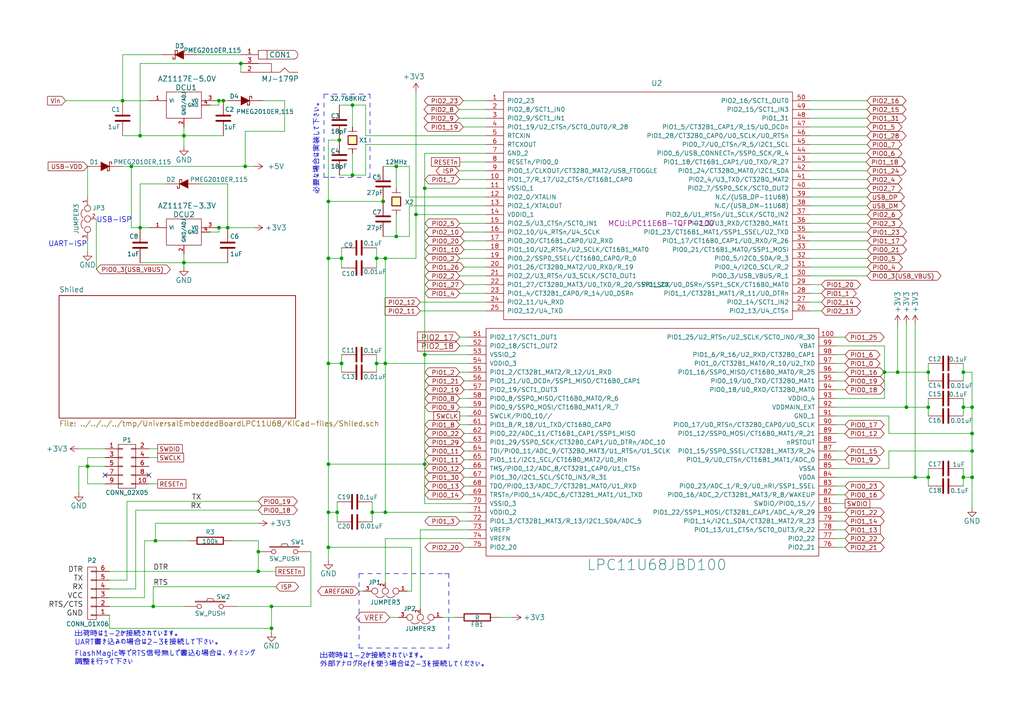
<source format=kicad_sch>
(kicad_sch (version 20230121) (generator eeschema)
  (paper "A4")
  (title_block (title "Universal Embedded Board for LPC11U68") (date "2015年03月10日火曜日") (rev "1") (company "HAPI-Tech-Solution,Inc"))
  (junction (at 97.79 148.59))
  (junction (at 38.1 48.26))
  (junction (at 260.35 107.95))
  (junction (at 45.085 156.845))
  (junction (at 111.76 105.41))
  (junction (at 53.34 76.2))
  (junction (at 63.5 66.04))
  (junction (at 99.06 105.41))
  (junction (at 265.43 138.43))
  (junction (at 95.25 58.42))
  (junction (at 95.25 148.59))
  (junction (at 74.93 160.02))
  (junction (at 98.425 40.64))
  (junction (at 279.4 138.43))
  (junction (at 66.04 66.04))
  (junction (at 109.22 74.93))
  (junction (at 114.935 68.58))
  (junction (at 111.76 148.59))
  (junction (at 102.235 50.8))
  (junction (at 269.24 138.43))
  (junction (at 95.25 74.93))
  (junction (at 44.45 175.895))
  (junction (at 123.19 54.61))
  (junction (at 95.25 134.62))
  (junction (at 78.74 182.245))
  (junction (at 123.19 134.62))
  (junction (at 279.4 107.95))
  (junction (at 25.4 135.255))
  (junction (at 69.85 18.415))
  (junction (at 63.5 29.21))
  (junction (at 99.06 74.93))
  (junction (at 111.125 58.42))
  (junction (at 262.89 118.11))
  (junction (at 95.25 158.75))
  (junction (at 40.64 66.04))
  (junction (at 269.24 107.95))
  (junction (at 53.34 39.37))
  (junction (at 123.19 102.87))
  (junction (at 95.25 105.41))
  (junction (at 35.56 29.21))
  (junction (at 71.12 48.26))
  (junction (at 114.935 48.26))
  (junction (at 74.93 165.735))
  (junction (at 279.4 118.11))
  (junction (at 281.94 118.11))
  (junction (at 269.24 118.11))
  (junction (at 111.76 74.93))
  (junction (at 281.94 138.43))
  (junction (at 256.54 107.95))
  (junction (at 281.94 125.73))
  (junction (at 40.64 39.37))
  (junction (at 102.235 30.48))
  (junction (at 109.22 105.41))
  (junction (at 64.77 29.21))
  (junction (at 107.95 148.59))
  (junction (at 281.94 130.81))
  (junction (at 120.65 62.23))
  (junction (at 78.74 175.895))
  (no_connect (at 43.18 137.795))
  (no_connect (at 30.48 137.795))
  (polyline (pts (xy 115.57 166.37) (xy 114.3 166.37)))
  (wire (pts (xy 25.4 132.715) (xy 25.4 135.255)))
  (wire (pts (xy 279.4 138.43) (xy 279.4 140.97)))
  (wire (pts (xy 82.55 29.21) (xy 82.55 38.1)))
  (wire (pts (xy 140.97 31.75) (xy 133.096 31.75)))
  (wire (pts (xy 30.48 132.715) (xy 25.4 132.715)))
  (wire (pts (xy 74.93 156.845) (xy 67.31 156.845)))
  (wire (pts (xy 242.57 151.13) (xy 245.11 151.13)))
  (wire (pts (xy 134.62 69.85) (xy 140.97 69.85)))
  (wire (pts (xy 53.34 76.2) (xy 53.34 77.47)))
  (polyline (pts (xy 100.965 51.435) (xy 102.235 51.435)))
  (wire (pts (xy 118.745 59.69) (xy 140.97 59.69)))
  (wire (pts (xy 106.045 50.8) (xy 106.045 41.91)))
  (wire (pts (xy 279.4 105.41) (xy 279.4 107.95)))
  (wire (pts (xy 123.19 134.62) (xy 123.19 146.05)))
  (wire (pts (xy 102.235 30.48) (xy 106.045 30.48)))
  (polyline (pts (xy 125.73 187.96) (xy 124.46 187.96)))
  (polyline (pts (xy 104.14 184.15) (xy 104.14 185.42)))
  (wire (pts (xy 36.83 145.415) (xy 36.83 168.275)))
  (polyline (pts (xy 111.76 166.37) (xy 113.03 166.37)))
  (wire (pts (xy 120.65 62.23) (xy 120.65 74.93)))
  (wire (pts (xy 109.22 71.882) (xy 109.22 74.93)))
  (wire (pts (xy 242.57 107.95) (xy 245.11 107.95)))
  (wire (pts (xy 40.64 66.04) (xy 40.64 53.34)))
  (wire (pts (xy 95.25 134.62) (xy 95.25 148.59)))
  (wire (pts (xy 78.74 182.245) (xy 78.74 183.515)))
  (wire (pts (xy 242.57 100.33) (xy 256.54 100.33)))
  (polyline (pts (xy 93.98 42.545) (xy 93.98 43.815)))
  (polyline (pts (xy 109.22 187.96) (xy 110.49 187.96)))
  (wire (pts (xy 134.62 125.73) (xy 135.89 125.73)))
  (wire (pts (xy 242.57 102.87) (xy 245.11 102.87)))
  (polyline (pts (xy 107.95 187.96) (xy 106.68 187.96)))
  (wire (pts (xy 279.4 115.57) (xy 279.4 118.11)))
  (wire (pts (xy 257.81 125.73) (xy 281.94 125.73)))
  (wire (pts (xy 260.35 107.95) (xy 269.24 107.95)))
  (wire (pts (xy 44.45 175.895) (xy 53.34 175.895)))
  (wire (pts (xy 121.92 153.67) (xy 121.92 176.53)))
  (polyline (pts (xy 93.98 38.735) (xy 93.98 37.465)))
  (polyline (pts (xy 98.425 51.435) (xy 99.695 51.435)))
  (wire (pts (xy 242.57 146.05) (xy 245.11 146.05)))
  (wire (pts (xy 64.77 29.21) (xy 66.04 29.21)))
  (wire (pts (xy 242.57 105.41) (xy 245.11 105.41)))
  (wire (pts (xy 102.235 44.45) (xy 102.235 50.8)))
  (wire (pts (xy 58.42 53.34) (xy 66.04 53.34)))
  (polyline (pts (xy 106.68 51.435) (xy 107.315 51.435)))
  (wire (pts (xy 63.5 29.21) (xy 64.77 29.21)))
  (wire (pts (xy 120.65 26.67) (xy 120.65 62.23)))
  (polyline (pts (xy 111.76 187.96) (xy 113.03 187.96)))
  (polyline (pts (xy 93.98 36.195) (xy 93.98 34.925)))
  (polyline (pts (xy 104.14 170.18) (xy 104.14 168.91)))
  (wire (pts (xy 63.5 30.48) (xy 63.5 29.21)))
  (wire (pts (xy 111.76 168.91) (xy 111.76 156.21)))
  (wire (pts (xy 40.64 53.34) (xy 48.26 53.34)))
  (wire (pts (xy 134.62 135.89) (xy 135.89 135.89)))
  (wire (pts (xy 90.17 175.895) (xy 90.17 160.02)))
  (polyline (pts (xy 105.41 27.305) (xy 104.14 27.305)))
  (wire (pts (xy 279.4 107.95) (xy 279.4 110.49)))
  (wire (pts (xy 242.57 133.35) (xy 245.11 133.35)))
  (polyline (pts (xy 107.315 32.385) (xy 107.315 33.655)))
  (polyline (pts (xy 104.14 187.96) (xy 104.14 186.69)))
  (polyline (pts (xy 99.06 27.305) (xy 100.33 27.305)))
  (wire (pts (xy 53.34 36.83) (xy 53.34 39.37)))
  (polyline (pts (xy 95.25 27.305) (xy 93.98 27.305)))
  (wire (pts (xy 66.04 53.34) (xy 66.04 66.04)))
  (wire (pts (xy 35.56 39.37) (xy 40.64 39.37)))
  (polyline (pts (xy 130.175 177.8) (xy 130.175 176.53)))
  (wire (pts (xy 242.57 130.81) (xy 245.11 130.81)))
  (polyline (pts (xy 114.3 187.96) (xy 115.57 187.96)))
  (wire (pts (xy 44.45 170.18) (xy 44.45 175.895)))
  (wire (pts (xy 95.25 40.64) (xy 98.425 40.64)))
  (wire (pts (xy 140.97 46.99) (xy 133.35 46.99)))
  (polyline (pts (xy 104.14 166.37) (xy 104.14 167.64)))
  (polyline (pts (xy 104.14 176.53) (xy 104.14 177.8)))
  (polyline (pts (xy 106.68 166.37) (xy 107.95 166.37)))
  (wire (pts (xy 41.91 156.845) (xy 45.085 156.845)))
  (wire (pts (xy 45.085 151.765) (xy 45.085 156.845)))
  (wire (pts (xy 242.57 113.03) (xy 245.11 113.03)))
  (wire (pts (xy 114.935 68.58) (xy 118.745 68.58)))
  (wire (pts (xy 133.35 151.13) (xy 135.89 151.13)))
  (wire (pts (xy 111.125 68.58) (xy 114.935 68.58)))
  (wire (pts (xy 281.94 118.11) (xy 279.4 118.11)))
  (wire (pts (xy 119.38 171.45) (xy 119.38 158.75)))
  (wire (pts (xy 109.22 105.41) (xy 109.22 107.95)))
  (polyline (pts (xy 107.315 28.575) (xy 107.315 27.305)))
  (wire (pts (xy 31.75 170.815) (xy 39.37 170.815)))
  (wire (pts (xy 123.19 146.05) (xy 135.89 146.05)))
  (wire (pts (xy 234.95 29.21) (xy 251.46 29.21)))
  (wire (pts (xy 256.54 100.33) (xy 256.54 107.95)))
  (wire (pts (xy 46.99 15.875) (xy 35.56 15.875)))
  (wire (pts (xy 134.62 110.49) (xy 135.89 110.49)))
  (wire (pts (xy 111.76 105.41) (xy 135.89 105.41)))
  (wire (pts (xy 133.35 74.93) (xy 140.97 74.93)))
  (wire (pts (xy 242.57 110.49) (xy 245.11 110.49)))
  (wire (pts (xy 133.35 97.79) (xy 135.89 97.79)))
  (wire (pts (xy 97.79 145.542) (xy 97.79 148.59)))
  (polyline (pts (xy 103.505 51.435) (xy 104.775 51.435)))
  (wire (pts (xy 25.4 135.255) (xy 30.48 135.255)))
  (wire (pts (xy 40.64 18.415) (xy 40.64 39.37)))
  (wire (pts (xy 114.935 48.26) (xy 118.745 48.26)))
  (wire (pts (xy 95.25 40.64) (xy 95.25 58.42)))
  (wire (pts (xy 111.76 105.41) (xy 111.76 148.59)))
  (wire (pts (xy 71.12 48.26) (xy 73.66 48.26)))
  (wire (pts (xy 95.25 74.93) (xy 99.06 74.93)))
  (wire (pts (xy 25.4 135.255) (xy 25.4 140.335)))
  (wire (pts (xy 133.35 120.65) (xy 135.89 120.65)))
  (polyline (pts (xy 96.52 27.305) (xy 97.79 27.305)))
  (wire (pts (xy 140.97 39.37) (xy 106.045 39.37)))
  (wire (pts (xy 102.235 50.8) (xy 106.045 50.8)))
  (wire (pts (xy 234.95 62.23) (xy 251.587 62.23)))
  (wire (pts (xy 74.93 160.02) (xy 74.93 165.735)))
  (wire (pts (xy 257.81 130.81) (xy 281.94 130.81)))
  (wire (pts (xy 133.35 85.09) (xy 140.97 85.09)))
  (wire (pts (xy 35.56 29.21) (xy 43.18 29.21)))
  (wire (pts (xy 242.57 156.21) (xy 245.11 156.21)))
  (wire (pts (xy 133.35 107.95) (xy 135.89 107.95)))
  (polyline (pts (xy 104.14 187.96) (xy 105.41 187.96)))
  (wire (pts (xy 262.89 118.11) (xy 262.89 93.98)))
  (wire (pts (xy 134.62 72.39) (xy 140.97 72.39)))
  (wire (pts (xy 234.95 36.83) (xy 251.46 36.83)))
  (wire (pts (xy 74.93 156.845) (xy 74.93 160.02)))
  (wire (pts (xy 242.57 148.59) (xy 245.11 148.59)))
  (wire (pts (xy 36.83 145.415) (xy 74.93 145.415)))
  (wire (pts (xy 281.94 107.95) (xy 281.94 118.11)))
  (wire (pts (xy 111.125 48.26) (xy 114.935 48.26)))
  (wire (pts (xy 123.19 102.87) (xy 123.19 134.62)))
  (wire (pts (xy 140.97 54.61) (xy 123.19 54.61)))
  (wire (pts (xy 114.935 48.26) (xy 114.935 54.61)))
  (wire (pts (xy 31.75 175.895) (xy 44.45 175.895)))
  (wire (pts (xy 279.4 138.43) (xy 281.94 138.43)))
  (polyline (pts (xy 107.315 46.355) (xy 107.315 45.085)))
  (wire (pts (xy 44.45 170.18) (xy 80.01 170.18)))
  (wire (pts (xy 107.95 145.542) (xy 107.95 148.59)))
  (wire (pts (xy 256.54 107.95) (xy 256.54 115.57)))
  (wire (pts (xy 99.06 105.41) (xy 99.06 107.95)))
  (wire (pts (xy 111.76 74.93) (xy 111.76 105.41)))
  (wire (pts (xy 134.62 133.35) (xy 135.89 133.35)))
  (wire (pts (xy 69.85 18.415) (xy 69.85 20.955)))
  (wire (pts (xy 111.76 148.59) (xy 135.89 148.59)))
  (wire (pts (xy 71.12 38.1) (xy 71.12 48.26)))
  (polyline (pts (xy 121.92 187.96) (xy 123.19 187.96)))
  (wire (pts (xy 269.24 115.57) (xy 269.24 118.11)))
  (wire (pts (xy 242.57 118.11) (xy 262.89 118.11)))
  (polyline (pts (xy 93.98 41.275) (xy 93.98 40.005)))
  (wire (pts (xy 123.19 102.87) (xy 135.89 102.87)))
  (polyline (pts (xy 130.175 167.64) (xy 130.175 166.37)))
  (wire (pts (xy 140.97 49.53) (xy 133.096 49.53)))
  (polyline (pts (xy 116.84 166.37) (xy 118.11 166.37)))
  (polyline (pts (xy 93.98 51.435) (xy 95.25 51.435)))
  (wire (pts (xy 242.57 125.73) (xy 245.11 125.73)))
  (wire (pts (xy 78.74 175.895) (xy 90.17 175.895)))
  (wire (pts (xy 234.95 31.75) (xy 251.46 31.75)))
  (wire (pts (xy 269.24 138.43) (xy 269.24 140.97)))
  (wire (pts (xy 22.86 135.255) (xy 22.86 142.875)))
  (wire (pts (xy 109.22 102.87) (xy 109.22 105.41)))
  (wire (pts (xy 102.235 30.48) (xy 102.235 36.83)))
  (wire (pts (xy 269.24 105.41) (xy 269.24 107.95)))
  (wire (pts (xy 38.1 48.26) (xy 71.12 48.26)))
  (wire (pts (xy 97.79 148.59) (xy 95.25 148.59)))
  (wire (pts (xy 45.085 151.765) (xy 74.93 151.765)))
  (wire (pts (xy 57.15 15.875) (xy 69.85 15.875)))
  (wire (pts (xy 40.64 18.415) (xy 69.85 18.415)))
  (wire (pts (xy 234.95 46.99) (xy 251.206 46.99)))
  (wire (pts (xy 134.62 113.03) (xy 135.89 113.03)))
  (wire (pts (xy 257.81 120.65) (xy 257.81 125.73)))
  (wire (pts (xy 22.86 135.255) (xy 25.4 135.255)))
  (wire (pts (xy 114.935 68.58) (xy 114.935 62.23)))
  (wire (pts (xy 279.4 135.89) (xy 279.4 138.43)))
  (wire (pts (xy 43.18 132.715) (xy 45.72 132.715)))
  (wire (pts (xy 25.4 69.85) (xy 25.4 73.025)))
  (polyline (pts (xy 93.98 46.355) (xy 93.98 45.085)))
  (wire (pts (xy 38.1 66.04) (xy 38.1 48.26)))
  (wire (pts (xy 234.95 52.07) (xy 251.46 52.07)))
  (wire (pts (xy 107.95 148.59) (xy 111.76 148.59)))
  (wire (pts (xy 68.58 175.895) (xy 78.74 175.895)))
  (wire (pts (xy 41.91 173.355) (xy 41.91 156.845)))
  (wire (pts (xy 133.35 123.19) (xy 135.89 123.19)))
  (polyline (pts (xy 93.98 48.895) (xy 93.98 47.625)))
  (polyline (pts (xy 104.14 175.26) (xy 104.14 173.99)))
  (wire (pts (xy 27.94 63.5) (xy 27.94 78.105)))
  (wire (pts (xy 234.95 59.69) (xy 251.46 59.69)))
  (wire (pts (xy 95.25 158.75) (xy 95.25 162.56)))
  (wire (pts (xy 118.745 48.26) (xy 118.745 57.15)))
  (wire (pts (xy 104.14 171.45) (xy 105.41 171.45)))
  (wire (pts (xy 134.62 140.97) (xy 135.89 140.97)))
  (polyline (pts (xy 93.98 32.385) (xy 93.98 33.655)))
  (wire (pts (xy 242.57 138.43) (xy 265.43 138.43)))
  (wire (pts (xy 234.95 49.53) (xy 251.46 49.53)))
  (wire (pts (xy 234.95 41.91) (xy 251.46 41.91)))
  (wire (pts (xy 119.38 158.75) (xy 95.25 158.75)))
  (wire (pts (xy 60.96 30.48) (xy 63.5 30.48)))
  (wire (pts (xy 234.95 67.31) (xy 251.587 67.31)))
  (wire (pts (xy 99.06 71.882) (xy 99.06 74.93)))
  (polyline (pts (xy 130.175 185.42) (xy 130.175 184.15)))
  (wire (pts (xy 269.24 107.95) (xy 269.24 110.49)))
  (polyline (pts (xy 123.19 166.37) (xy 121.92 166.37)))
  (wire (pts (xy 134.62 143.51) (xy 135.89 143.51)))
  (wire (pts (xy 242.57 123.19) (xy 245.11 123.19)))
  (wire (pts (xy 118.745 68.58) (xy 118.745 59.69)))
  (wire (pts (xy 99.06 74.93) (xy 99.06 77.724)))
  (wire (pts (xy 99.06 105.41) (xy 95.25 105.41)))
  (wire (pts (xy 106.045 39.37) (xy 106.045 30.48)))
  (polyline (pts (xy 104.14 182.88) (xy 104.14 181.61)))
  (wire (pts (xy 120.65 74.93) (xy 111.76 74.93)))
  (wire (pts (xy 234.95 77.47) (xy 251.587 77.47)))
  (wire (pts (xy 53.34 76.2) (xy 66.04 76.2)))
  (wire (pts (xy 265.43 138.43) (xy 265.43 93.98)))
  (polyline (pts (xy 105.41 166.37) (xy 104.14 166.37)))
  (wire (pts (xy 95.25 148.59) (xy 95.25 158.75)))
  (wire (pts (xy 74.93 165.735) (xy 80.01 165.735)))
  (wire (pts (xy 40.64 76.2) (xy 53.34 76.2)))
  (wire (pts (xy 120.65 62.23) (xy 140.97 62.23)))
  (wire (pts (xy 118.11 171.45) (xy 119.38 171.45)))
  (wire (pts (xy 95.25 74.93) (xy 95.25 105.41)))
  (wire (pts (xy 234.95 87.63) (xy 238.252 87.63)))
  (wire (pts (xy 128.27 179.07) (xy 132.08 179.07)))
  (wire (pts (xy 97.79 148.59) (xy 97.79 151.384)))
  (wire (pts (xy 25.4 140.335) (xy 30.48 140.335)))
  (wire (pts (xy 123.19 54.61) (xy 123.19 102.87)))
  (wire (pts (xy 134.62 77.47) (xy 140.97 77.47)))
  (polyline (pts (xy 119.38 166.37) (xy 120.65 166.37)))
  (wire (pts (xy 242.57 153.67) (xy 245.11 153.67)))
  (polyline (pts (xy 107.315 36.195) (xy 107.315 34.925)))
  (polyline (pts (xy 109.22 166.37) (xy 110.49 166.37)))
  (polyline (pts (xy 130.175 175.26) (xy 130.175 173.99)))
  (wire (pts (xy 234.95 64.77) (xy 251.587 64.77)))
  (wire (pts (xy 234.95 85.09) (xy 238.252 85.09)))
  (wire (pts (xy 121.92 153.67) (xy 135.89 153.67)))
  (wire (pts (xy 257.81 135.89) (xy 257.81 130.81)))
  (wire (pts (xy 45.085 156.845) (xy 54.61 156.845)))
  (wire (pts (xy 144.78 179.07) (xy 148.59 179.07)))
  (polyline (pts (xy 93.98 27.305) (xy 93.98 28.575)))
  (wire (pts (xy 82.55 38.1) (xy 71.12 38.1)))
  (wire (pts (xy 242.57 140.97) (xy 245.11 140.97)))
  (wire (pts (xy 242.57 143.51) (xy 245.11 143.51)))
  (wire (pts (xy 31.75 173.355) (xy 41.91 173.355)))
  (wire (pts (xy 39.37 147.955) (xy 74.93 147.955)))
  (polyline (pts (xy 130.175 187.96) (xy 129.54 187.96)))
  (wire (pts (xy 118.745 57.15) (xy 140.97 57.15)))
  (wire (pts (xy 242.57 158.75) (xy 245.11 158.75)))
  (polyline (pts (xy 93.98 50.165) (xy 93.98 51.435)))
  (polyline (pts (xy 107.315 27.305) (xy 106.68 27.305)))
  (polyline (pts (xy 107.315 40.005) (xy 107.315 41.275)))
  (wire (pts (xy 234.95 82.55) (xy 238.252 82.55)))
  (wire (pts (xy 133.35 80.01) (xy 140.97 80.01)))
  (wire (pts (xy 234.95 74.93) (xy 251.587 74.93)))
  (wire (pts (xy 98.425 30.48) (xy 102.235 30.48)))
  (wire (pts (xy 281.94 118.11) (xy 281.94 125.73)))
  (wire (pts (xy 31.75 182.245) (xy 78.74 182.245)))
  (wire (pts (xy 111.76 74.93) (xy 109.22 74.93)))
  (polyline (pts (xy 107.315 43.815) (xy 107.315 42.545)))
  (polyline (pts (xy 118.11 187.96) (xy 116.84 187.96)))
  (wire (pts (xy 140.97 29.21) (xy 134.366 29.21)))
  (wire (pts (xy 133.35 100.33) (xy 135.89 100.33)))
  (wire (pts (xy 234.95 90.17) (xy 238.252 90.17)))
  (wire (pts (xy 234.95 80.01) (xy 251.46 80.01)))
  (wire (pts (xy 53.34 39.37) (xy 53.34 42.545)))
  (wire (pts (xy 109.22 105.41) (xy 111.76 105.41)))
  (polyline (pts (xy 130.175 179.07) (xy 130.175 180.34)))
  (wire (pts (xy 78.74 175.895) (xy 78.74 182.245)))
  (wire (pts (xy 95.25 134.62) (xy 123.19 134.62)))
  (polyline (pts (xy 130.175 170.18) (xy 130.175 168.91)))
  (polyline (pts (xy 127 166.37) (xy 128.27 166.37)))
  (wire (pts (xy 98.425 50.8) (xy 102.235 50.8)))
  (polyline (pts (xy 130.175 186.69) (xy 130.175 187.96)))
  (polyline (pts (xy 124.46 166.37) (xy 125.73 166.37)))
  (wire (pts (xy 134.62 67.31) (xy 140.97 67.31)))
  (wire (pts (xy 99.06 102.87) (xy 99.06 105.41)))
  (polyline (pts (xy 104.14 180.34) (xy 104.14 179.07)))
  (wire (pts (xy 40.64 66.04) (xy 43.18 66.04)))
  (wire (pts (xy 133.35 115.57) (xy 135.89 115.57)))
  (wire (pts (xy 31.75 165.735) (xy 74.93 165.735)))
  (wire (pts (xy 281.94 130.81) (xy 281.94 138.43)))
  (wire (pts (xy 30.48 130.175) (xy 22.86 130.175)))
  (wire (pts (xy 234.95 72.39) (xy 251.587 72.39)))
  (wire (pts (xy 234.95 34.29) (xy 251.46 34.29)))
  (wire (pts (xy 134.62 130.81) (xy 135.89 130.81)))
  (wire (pts (xy 234.95 57.15) (xy 251.46 57.15)))
  (wire (pts (xy 134.62 128.27) (xy 135.89 128.27)))
  (wire (pts (xy 260.35 107.95) (xy 260.35 93.98)))
  (polyline (pts (xy 130.175 182.88) (xy 130.175 181.61)))
  (polyline (pts (xy 93.98 31.115) (xy 93.98 29.845)))
  (wire (pts (xy 109.22 74.93) (xy 109.22 77.724)))
  (wire (pts (xy 269.24 118.11) (xy 269.24 120.65)))
  (polyline (pts (xy 130.175 166.37) (xy 128.905 166.37)))
  (wire (pts (xy 133.35 64.77) (xy 140.97 64.77)))
  (wire (pts (xy 76.2 29.21) (xy 82.55 29.21)))
  (wire (pts (xy 281.94 125.73) (xy 281.94 130.81)))
  (wire (pts (xy 19.05 29.21) (xy 35.56 29.21)))
  (polyline (pts (xy 119.38 187.96) (xy 120.65 187.96)))
  (wire (pts (xy 256.54 107.95) (xy 260.35 107.95)))
  (wire (pts (xy 111.125 58.42) (xy 95.25 58.42)))
  (wire (pts (xy 53.34 73.66) (xy 53.34 76.2)))
  (wire (pts (xy 111.76 156.21) (xy 135.89 156.21)))
  (wire (pts (xy 265.43 138.43) (xy 269.24 138.43)))
  (wire (pts (xy 234.95 39.37) (xy 251.46 39.37)))
  (wire (pts (xy 38.1 66.04) (xy 40.64 66.04)))
  (wire (pts (xy 113.03 179.07) (xy 115.57 179.07)))
  (wire (pts (xy 43.18 140.335) (xy 45.72 140.335)))
  (wire (pts (xy 140.97 52.07) (xy 133.35 52.07)))
  (wire (pts (xy 279.4 107.95) (xy 281.94 107.95)))
  (wire (pts (xy 40.64 39.37) (xy 53.34 39.37)))
  (wire (pts (xy 43.18 130.175) (xy 45.72 130.175)))
  (wire (pts (xy 106.045 41.91) (xy 140.97 41.91)))
  (polyline (pts (xy 101.6 27.305) (xy 102.87 27.305)))
  (wire (pts (xy 63.5 66.04) (xy 66.04 66.04)))
  (polyline (pts (xy 97.155 51.435) (xy 95.885 51.435)))
  (wire (pts (xy 25.4 48.26) (xy 25.4 57.15)))
  (wire (pts (xy 242.57 97.79) (xy 245.11 97.79)))
  (wire (pts (xy 95.25 105.41) (xy 95.25 134.62)))
  (wire (pts (xy 262.89 118.11) (xy 269.24 118.11)))
  (wire (pts (xy 66.04 66.04) (xy 73.66 66.04)))
  (wire (pts (xy 123.19 44.45) (xy 123.19 54.61)))
  (wire (pts (xy 95.25 58.42) (xy 95.25 74.93)))
  (wire (pts (xy 281.94 138.43) (xy 281.94 147.32)))
  (wire (pts (xy 36.83 168.275) (xy 31.75 168.275)))
  (wire (pts (xy 121.92 90.17) (xy 140.97 90.17)))
  (polyline (pts (xy 107.315 47.625) (xy 107.315 48.895)))
  (wire (pts (xy 31.75 178.435) (xy 31.75 182.245)))
  (wire (pts (xy 35.56 15.875) (xy 35.56 29.21)))
  (wire (pts (xy 134.62 138.43) (xy 135.89 138.43)))
  (wire (pts (xy 140.97 34.29) (xy 133.096 34.29)))
  (wire (pts (xy 107.95 148.59) (xy 107.95 151.384)))
  (wire (pts (xy 234.95 54.61) (xy 251.46 54.61)))
  (polyline (pts (xy 107.315 38.735) (xy 107.315 37.465)))
  (wire (pts (xy 242.57 120.65) (xy 257.81 120.65)))
  (polyline (pts (xy 107.315 31.115) (xy 107.315 29.845)))
  (wire (pts (xy 269.24 135.89) (xy 269.24 138.43)))
  (wire (pts (xy 35.56 48.26) (xy 38.1 48.26)))
  (wire (pts (xy 134.62 158.75) (xy 135.89 158.75)))
  (polyline (pts (xy 107.315 51.435) (xy 107.315 50.165)))
  (polyline (pts (xy 104.14 172.72) (xy 104.14 171.45)))
  (wire (pts (xy 242.57 135.89) (xy 257.81 135.89)))
  (wire (pts (xy 60.96 67.31) (xy 63.5 67.31)))
  (polyline (pts (xy 130.175 172.72) (xy 130.175 171.45)))
  (wire (pts (xy 39.37 170.815) (xy 39.37 147.955)))
  (wire (pts (xy 234.95 44.45) (xy 251.46 44.45)))
  (wire (pts (xy 140.97 44.45) (xy 123.19 44.45)))
  (wire (pts (xy 53.34 39.37) (xy 64.77 39.37)))
  (wire (pts (xy 279.4 118.11) (xy 279.4 120.65)))
  (wire (pts (xy 234.95 69.85) (xy 251.587 69.85)))
  (polyline (pts (xy 127 187.96) (xy 128.27 187.96)))
  (wire (pts (xy 63.5 67.31) (xy 63.5 66.04)))
  (wire (pts (xy 256.54 115.57) (xy 242.57 115.57)))
  (wire (pts (xy 140.97 36.83) (xy 134.366 36.83)))
  (wire (pts (xy 134.62 82.55) (xy 140.97 82.55)))
  (wire (pts (xy 133.35 118.11) (xy 135.89 118.11)))
  (wire (pts (xy 121.92 87.63) (xy 140.97 87.63)))
  (text "FlashMagic等でRTS信号無しで書込む場合は、タイミング\n調整を行って下さい" (at 21.59 193.04 0) (effects (font (size 1.524 1.524)) (justify left bottom)))
  (text "USB-ISP" (at 27.94 64.77 0) (effects (font (size 1.524 1.524)) (justify left bottom)))
  (text "UART-ISP" (at 13.97 71.755 0) (effects (font (size 1.524 1.524)) (justify left bottom)))
  (text "出荷時は1-2が接続されています。\nUART書き込みの場合は2-3を接続して下さい。" (at 21.59 187.325 0) (effects (font (size 1.524 1.524)) (justify left bottom)))
  (text "出荷時は1-2が接続されています。\n外部アナログRefを使う場合は2-3を接続してください。" (at 92.71 193.675 0) (effects (font (size 1.524 1.524)) (justify left bottom)))
  (text "必要な場合は実装して下さい。" (at 92.71 56.515 90) (effects (font (size 1.524 1.524)) (justify left bottom)))
  (label "VCC" (at 24.13 173.99 180) (effects (font (size 1.524 1.524))))
  (label "TX" (at 24.13 168.91 180) (effects (font (size 1.524 1.524))))
  (label "GND" (at 24.13 179.07 180) (effects (font (size 1.524 1.524))))
  (label "RX" (at 58.42 147.955 180) (effects (font (size 1.524 1.524))))
  (label "DTR" (at 24.13 166.37 180) (effects (font (size 1.524 1.524))))
  (label "RTS" (at 44.45 170.18 0) (effects (font (size 1.524 1.524))))
  (label "RTS/CTS" (at 24.13 176.53 180) (effects (font (size 1.524 1.524))))
  (label "TX" (at 58.42 145.415 180) (effects (font (size 1.524 1.524))))
  (label "RX" (at 24.13 171.45 180) (effects (font (size 1.524 1.524))))
  (label "DTR" (at 44.45 165.735 0) (effects (font (size 1.524 1.524))))
  (global_label "USB-VDD" (shape input) (at 25.4 48.26 180) (property "Intersheetrefs" "${INTERSHEET_REFS}" (effects hide)))
  (global_label "PIO0_14" (shape bidirectional) (at 134.62 143.51 180) (property "Intersheetrefs" "${INTERSHEET_REFS}" (effects hide)))
  (global_label "PIO1_0" (shape bidirectional) (at 245.11 105.41 0) (property "Intersheetrefs" "${INTERSHEET_REFS}" (effects hide)))
  (global_label "PIO2_13" (shape bidirectional) (at 238.252 90.17 0) (property "Intersheetrefs" "${INTERSHEET_REFS}" (effects hide)))
  (global_label "PIO1_26" (shape bidirectional) (at 134.62 77.47 180) (property "Intersheetrefs" "${INTERSHEET_REFS}" (effects hide)))
  (global_label "PIO0_21" (shape bidirectional) (at 251.587 72.39 0) (property "Intersheetrefs" "${INTERSHEET_REFS}" (effects hide)))
  (global_label "PIO2_2" (shape bidirectional) (at 133.35 80.01 180) (property "Intersheetrefs" "${INTERSHEET_REFS}" (effects hide)))
  (global_label "PIO2_11" (shape input) (at 121.92 90.17 180) (property "Intersheetrefs" "${INTERSHEET_REFS}" (effects hide)))
  (global_label "VREF" (shape bidirectional) (at 113.03 179.07 180) (effects (font (size 1.524 1.524))) (property "Intersheetrefs" "${INTERSHEET_REFS}" (effects hide)))
  (global_label "USB_DM" (shape bidirectional) (at 251.46 59.69 0) (property "Intersheetrefs" "${INTERSHEET_REFS}" (effects hide)))
  (global_label "PIO1_4" (shape bidirectional) (at 133.35 85.09 180) (property "Intersheetrefs" "${INTERSHEET_REFS}" (effects hide)))
  (global_label "PIO2_14" (shape bidirectional) (at 238.252 87.63 0) (property "Intersheetrefs" "${INTERSHEET_REFS}" (effects hide)))
  (global_label "RESETn" (shape passive) (at 133.35 46.99 180) (property "Intersheetrefs" "${INTERSHEET_REFS}" (effects hide)))
  (global_label "PIO1_27" (shape bidirectional) (at 134.62 82.55 180) (property "Intersheetrefs" "${INTERSHEET_REFS}" (effects hide)))
  (global_label "PIO1_11" (shape bidirectional) (at 134.62 133.35 180) (property "Intersheetrefs" "${INTERSHEET_REFS}" (effects hide)))
  (global_label "PIO2_20" (shape bidirectional) (at 134.62 158.75 180) (property "Intersheetrefs" "${INTERSHEET_REFS}" (effects hide)))
  (global_label "PIO0_19" (shape bidirectional) (at 74.93 145.415 0) (property "Intersheetrefs" "${INTERSHEET_REFS}" (effects hide)))
  (global_label "PIO2_3" (shape bidirectional) (at 251.587 64.77 0) (property "Intersheetrefs" "${INTERSHEET_REFS}" (effects hide)))
  (global_label "PIO0_20" (shape bidirectional) (at 134.62 69.85 180) (property "Intersheetrefs" "${INTERSHEET_REFS}" (effects hide)))
  (global_label "ISP" (shape bidirectional) (at 80.01 170.18 0) (property "Intersheetrefs" "${INTERSHEET_REFS}" (effects hide)))
  (global_label "PIO0_6" (shape bidirectional) (at 251.46 44.45 0) (property "Intersheetrefs" "${INTERSHEET_REFS}" (effects hide)))
  (global_label "PIO0_3(USB_VBUS)" (shape bidirectional) (at 27.94 78.105 0) (property "Intersheetrefs" "${INTERSHEET_REFS}" (effects hide)))
  (global_label "PIO0_17" (shape bidirectional) (at 245.11 123.19 0) (property "Intersheetrefs" "${INTERSHEET_REFS}" (effects hide)))
  (global_label "PIO1_12" (shape bidirectional) (at 245.11 125.73 0) (property "Intersheetrefs" "${INTERSHEET_REFS}" (effects hide)))
  (global_label "SWDIO" (shape passive) (at 245.11 146.05 0) (property "Intersheetrefs" "${INTERSHEET_REFS}" (effects hide)))
  (global_label "PIO0_22" (shape bidirectional) (at 134.62 125.73 180) (property "Intersheetrefs" "${INTERSHEET_REFS}" (effects hide)))
  (global_label "PIO2_10" (shape bidirectional) (at 134.62 67.31 180) (property "Intersheetrefs" "${INTERSHEET_REFS}" (effects hide)))
  (global_label "PIO0_12" (shape bidirectional) (at 134.62 135.89 180) (property "Intersheetrefs" "${INTERSHEET_REFS}" (effects hide)))
  (global_label "PIO1_23" (shape bidirectional) (at 251.587 67.31 0) (property "Intersheetrefs" "${INTERSHEET_REFS}" (effects hide)))
  (global_label "SWCLK" (shape passive) (at 133.35 120.65 180) (property "Intersheetrefs" "${INTERSHEET_REFS}" (effects hide)))
  (global_label "PIO1_20" (shape bidirectional) (at 238.252 82.55 0) (property "Intersheetrefs" "${INTERSHEET_REFS}" (effects hide)))
  (global_label "PIO0_13" (shape bidirectional) (at 134.62 140.97 180) (property "Intersheetrefs" "${INTERSHEET_REFS}" (effects hide)))
  (global_label "PIO1_15" (shape bidirectional) (at 245.11 130.81 0) (property "Intersheetrefs" "${INTERSHEET_REFS}" (effects hide)))
  (global_label "PIO0_4" (shape bidirectional) (at 251.587 77.47 0) (property "Intersheetrefs" "${INTERSHEET_REFS}" (effects hide)))
  (global_label "PIO2_9" (shape bidirectional) (at 133.096 34.29 180) (property "Intersheetrefs" "${INTERSHEET_REFS}" (effects hide)))
  (global_label "PIO1_8" (shape bidirectional) (at 133.35 123.19 180) (property "Intersheetrefs" "${INTERSHEET_REFS}" (effects hide)))
  (global_label "PIO0_2" (shape bidirectional) (at 133.35 74.93 180) (property "Intersheetrefs" "${INTERSHEET_REFS}" (effects hide)))
  (global_label "PIO0_16" (shape bidirectional) (at 245.11 143.51 0) (property "Intersheetrefs" "${INTERSHEET_REFS}" (effects hide)))
  (global_label "PIO1_2" (shape bidirectional) (at 133.35 107.95 180) (property "Intersheetrefs" "${INTERSHEET_REFS}" (effects hide)))
  (global_label "PIO1_1" (shape bidirectional) (at 238.252 85.09 0) (property "Intersheetrefs" "${INTERSHEET_REFS}" (effects hide)))
  (global_label "PIO2_21" (shape bidirectional) (at 245.11 158.75 0) (property "Intersheetrefs" "${INTERSHEET_REFS}" (effects hide)))
  (global_label "PIO1_25" (shape bidirectional) (at 245.11 97.79 0) (property "Intersheetrefs" "${INTERSHEET_REFS}" (effects hide)))
  (global_label "PIO2_7" (shape bidirectional) (at 251.46 54.61 0) (property "Intersheetrefs" "${INTERSHEET_REFS}" (effects hide)))
  (global_label "PIO1_17" (shape bidirectional) (at 251.587 69.85 0) (property "Intersheetrefs" "${INTERSHEET_REFS}" (effects hide)))
  (global_label "PIO1_7" (shape bidirectional) (at 133.35 52.07 180) (property "Intersheetrefs" "${INTERSHEET_REFS}" (effects hide)))
  (global_label "PIO1_21" (shape bidirectional) (at 134.62 110.49 180) (property "Intersheetrefs" "${INTERSHEET_REFS}" (effects hide)))
  (global_label "PIO2_17" (shape input) (at 133.35 97.79 180) (effects (font (size 1.524 1.524))) (property "Intersheetrefs" "${INTERSHEET_REFS}" (effects hide)))
  (global_label "PIO0_7" (shape bidirectional) (at 251.46 41.91 0) (property "Intersheetrefs" "${INTERSHEET_REFS}" (effects hide)))
  (global_label "PIO2_19" (shape bidirectional) (at 134.62 113.03 180) (property "Intersheetrefs" "${INTERSHEET_REFS}" (effects hide)))
  (global_label "SWCLK" (shape passive) (at 45.72 132.715 0) (property "Intersheetrefs" "${INTERSHEET_REFS}" (effects hide)))
  (global_label "PIO1_16" (shape bidirectional) (at 245.11 107.95 0) (property "Intersheetrefs" "${INTERSHEET_REFS}" (effects hide)))
  (global_label "PIO2_8" (shape bidirectional) (at 133.096 31.75 180) (property "Intersheetrefs" "${INTERSHEET_REFS}" (effects hide)))
  (global_label "PIO1_18" (shape bidirectional) (at 251.206 46.99 0) (property "Intersheetrefs" "${INTERSHEET_REFS}" (effects hide)))
  (global_label "PIO1_30" (shape bidirectional) (at 134.62 138.43 180) (property "Intersheetrefs" "${INTERSHEET_REFS}" (effects hide)))
  (global_label "PIO1_19" (shape bidirectional) (at 134.366 36.83 180) (property "Intersheetrefs" "${INTERSHEET_REFS}" (effects hide)))
  (global_label "PIO2_5" (shape bidirectional) (at 133.35 64.77 180) (property "Intersheetrefs" "${INTERSHEET_REFS}" (effects hide)))
  (global_label "RESETn" (shape passive) (at 45.72 140.335 0) (property "Intersheetrefs" "${INTERSHEET_REFS}" (effects hide)))
  (global_label "PIO1_29" (shape bidirectional) (at 134.62 128.27 180) (property "Intersheetrefs" "${INTERSHEET_REFS}" (effects hide)))
  (global_label "SWDIO" (shape passive) (at 45.72 130.175 0) (property "Intersheetrefs" "${INTERSHEET_REFS}" (effects hide)))
  (global_label "PIO1_28" (shape bidirectional) (at 251.46 39.37 0) (property "Intersheetrefs" "${INTERSHEET_REFS}" (effects hide)))
  (global_label "PIO2_23" (shape bidirectional) (at 134.366 29.21 180) (property "Intersheetrefs" "${INTERSHEET_REFS}" (effects hide)))
  (global_label "PIO1_13" (shape input) (at 245.11 153.67 0) (property "Intersheetrefs" "${INTERSHEET_REFS}" (effects hide)))
  (global_label "USB_DP" (shape bidirectional) (at 251.46 57.15 0) (property "Intersheetrefs" "${INTERSHEET_REFS}" (effects hide)))
  (global_label "PIO0_8" (shape bidirectional) (at 133.35 115.57 180) (property "Intersheetrefs" "${INTERSHEET_REFS}" (effects hide)))
  (global_label "RESETn" (shape passive) (at 80.01 165.735 0) (property "Intersheetrefs" "${INTERSHEET_REFS}" (effects hide)))
  (global_label "PIO1_5" (shape bidirectional) (at 251.46 36.83 0) (property "Intersheetrefs" "${INTERSHEET_REFS}" (effects hide)))
  (global_label "PIO2_4" (shape bidirectional) (at 251.46 52.07 0) (property "Intersheetrefs" "${INTERSHEET_REFS}" (effects hide)))
  (global_label "PIO0_9" (shape bidirectional) (at 133.35 118.11 180) (property "Intersheetrefs" "${INTERSHEET_REFS}" (effects hide)))
  (global_label "PIO0_18" (shape bidirectional) (at 74.93 147.955 0) (property "Intersheetrefs" "${INTERSHEET_REFS}" (effects hide)))
  (global_label "PIO0_23" (shape bidirectional) (at 245.11 140.97 0) (property "Intersheetrefs" "${INTERSHEET_REFS}" (effects hide)))
  (global_label "PIO1_9" (shape bidirectional) (at 245.11 133.35 0) (property "Intersheetrefs" "${INTERSHEET_REFS}" (effects hide)))
  (global_label "AREFGND" (shape bidirectional) (at 104.14 171.45 180) (property "Intersheetrefs" "${INTERSHEET_REFS}" (effects hide)))
  (global_label "PIO2_16" (shape bidirectional) (at 251.46 29.21 0) (property "Intersheetrefs" "${INTERSHEET_REFS}" (effects hide)))
  (global_label "PIO0_19" (shape bidirectional) (at 245.11 110.49 0) (property "Intersheetrefs" "${INTERSHEET_REFS}" (effects hide)))
  (global_label "PIO1_14" (shape bidirectional) (at 245.11 151.13 0) (property "Intersheetrefs" "${INTERSHEET_REFS}" (effects hide)))
  (global_label "PIO2_22" (shape bidirectional) (at 245.11 156.21 0) (property "Intersheetrefs" "${INTERSHEET_REFS}" (effects hide)))
  (global_label "PIO0_5" (shape bidirectional) (at 251.587 74.93 0) (property "Intersheetrefs" "${INTERSHEET_REFS}" (effects hide)))
  (global_label "Vin" (shape input) (at 19.05 29.21 180) (property "Intersheetrefs" "${INTERSHEET_REFS}" (effects hide)))
  (global_label "PIO2_18" (shape input) (at 133.35 100.33 180) (effects (font (size 1.524 1.524))) (property "Intersheetrefs" "${INTERSHEET_REFS}" (effects hide)))
  (global_label "PIO0_18" (shape bidirectional) (at 245.11 113.03 0) (property "Intersheetrefs" "${INTERSHEET_REFS}" (effects hide)))
  (global_label "PIO1_10" (shape bidirectional) (at 134.62 72.39 180) (property "Intersheetrefs" "${INTERSHEET_REFS}" (effects hide)))
  (global_label "PIO2_12" (shape input) (at 121.92 87.63 180) (property "Intersheetrefs" "${INTERSHEET_REFS}" (effects hide)))
  (global_label "PIO1_22" (shape bidirectional) (at 245.11 148.59 0) (property "Intersheetrefs" "${INTERSHEET_REFS}" (effects hide)))
  (global_label "PIO2_6" (shape bidirectional) (at 251.587 62.23 0) (property "Intersheetrefs" "${INTERSHEET_REFS}" (effects hide)))
  (global_label "PIO0_3(USB_VBUS)" (shape bidirectional) (at 251.46 80.01 0) (property "Intersheetrefs" "${INTERSHEET_REFS}" (effects hide)))
  (global_label "PIO1_3" (shape bidirectional) (at 133.35 151.13 180) (property "Intersheetrefs" "${INTERSHEET_REFS}" (effects hide)))
  (global_label "PIO1_31" (shape bidirectional) (at 251.46 34.29 0) (property "Intersheetrefs" "${INTERSHEET_REFS}" (effects hide)))
  (global_label "PIO0_11" (shape bidirectional) (at 134.62 130.81 180) (property "Intersheetrefs" "${INTERSHEET_REFS}" (effects hide)))
  (global_label "ISP" (shape bidirectional) (at 133.096 49.53 180) (property "Intersheetrefs" "${INTERSHEET_REFS}" (effects hide)))
  (global_label "PIO1_6" (shape bidirectional) (at 245.11 102.87 0) (property "Intersheetrefs" "${INTERSHEET_REFS}" (effects hide)))
  (global_label "PIO1_24" (shape bidirectional) (at 251.46 49.53 0) (property "Intersheetrefs" "${INTERSHEET_REFS}" (effects hide)))
  (global_label "PIO2_15" (shape bidirectional) (at 251.46 31.75 0) (property "Intersheetrefs" "${INTERSHEET_REFS}" (effects hide)))
  (symbol (lib_id "LPC-LQFP100-PitchChangeBoard-rescue:C-RESCUE-LPC-LQFP100-PitchChangeBoard") (at 104.14 71.882 270) (unit 1)
    (property "Reference" "C9" (at 99.695 71.12 90) (effects (justify left)))
    (property "Value" "0.1uF" (at 105.41 69.85 90) (effects (justify left top)))
    (property "Footprint" "SMD_Packages:SMD-0603" (effects hide))
  )
  (symbol (lib_id "LPC-LQFP100-PitchChangeBoard-rescue:C-RESCUE-LPC-LQFP100-PitchChangeBoard") (at 104.14 77.724 270) (unit 1)
    (property "Reference" "C10" (at 99.06 79.375 90) (effects (justify left)))
    (property "Value" "0.01uF" (at 105.41 78.105 90) (effects (justify left top)))
    (property "Footprint" "SMD_Packages:SMD-0603" (effects hide))
  )
  (symbol (lib_id "LPC-LQFP100-PitchChangeBoard-rescue:C-RESCUE-LPC-LQFP100-PitchChangeBoard") (at 104.14 102.87 270) (unit 1)
    (property "Reference" "C11" (at 99.06 101.6 90) (effects (justify left)))
    (property "Value" "0.1uF" (at 105.41 100.965 90) (effects (justify left top)))
    (property "Footprint" "SMD_Packages:SMD-0603" (effects hide))
  )
  (symbol (lib_id "LPC-LQFP100-PitchChangeBoard-rescue:C-RESCUE-LPC-LQFP100-PitchChangeBoard") (at 104.14 107.95 270) (unit 1)
    (property "Reference" "C13" (at 99.06 109.22 90) (effects (justify left)))
    (property "Value" "0.01uF" (at 105.41 108.585 90) (effects (justify left top)))
    (property "Footprint" "SMD_Packages:SMD-0603" (effects hide))
  )
  (symbol (lib_id "LPC-LQFP100-PitchChangeBoard-rescue:C-RESCUE-LPC-LQFP100-PitchChangeBoard") (at 102.87 145.542 270) (unit 1)
    (property "Reference" "C19" (at 97.79 144.145 90) (effects (justify left)))
    (property "Value" "0.1uF" (at 104.14 143.51 90) (effects (justify left top)))
    (property "Footprint" "SMD_Packages:SMD-0603" (effects hide))
  )
  (symbol (lib_id "LPC-LQFP100-PitchChangeBoard-rescue:C-RESCUE-LPC-LQFP100-PitchChangeBoard") (at 102.87 151.384 270) (unit 1)
    (property "Reference" "C20" (at 97.79 152.654 90) (effects (justify left)))
    (property "Value" "0.01uF" (at 104.394 151.892 90) (effects (justify left top)))
    (property "Footprint" "SMD_Packages:SMD-0603" (effects hide))
  )
  (symbol (lib_id "LPC-LQFP100-PitchChangeBoard-rescue:C-RESCUE-LPC-LQFP100-PitchChangeBoard") (at 274.32 115.57 90) (mirror x) (unit 1)
    (property "Reference" "C15" (at 273.05 114.3 90) (effects (justify left)))
    (property "Value" "0.1uF" (at 280.67 113.665 90) (effects (justify left top)))
    (property "Footprint" "SMD_Packages:SMD-0603" (effects hide))
  )
  (symbol (lib_id "LPC-LQFP100-PitchChangeBoard-rescue:C-RESCUE-LPC-LQFP100-PitchChangeBoard") (at 274.32 120.65 90) (mirror x) (unit 1)
    (property "Reference" "C16" (at 273.05 121.92 90) (effects (justify left)))
    (property "Value" "0.01uF" (at 275.59 121.285 90) (effects (justify right top)))
    (property "Footprint" "SMD_Packages:SMD-0603" (effects hide))
  )
  (symbol (lib_id "LPC-LQFP100-PitchChangeBoard-rescue:GND") (at 281.94 147.32 0) (unit 1)
    (property "Reference" "#PWR01" (effects hide))
    (property "Value" "GND" (at 281.94 151.13 0) (effects (font (size 1.524 1.524))))
  )
  (symbol (lib_id "LPC-LQFP100-PitchChangeBoard-rescue:C-RESCUE-LPC-LQFP100-PitchChangeBoard") (at 274.32 140.97 270) (unit 1)
    (property "Reference" "C18" (at 269.24 142.24 90) (effects (justify left)))
    (property "Value" "0.1uF" (at 275.59 141.605 90) (effects (justify left top)))
    (property "Footprint" "SMD_Packages:SMD-0603" (effects hide))
  )
  (symbol (lib_id "LPC-LQFP100-PitchChangeBoard-rescue:+3V3") (at 120.65 26.67 0) (unit 1)
    (property "Reference" "#PWR02" (effects hide))
    (property "Value" "+3V3" (at 120.015 22.225 0) (effects (font (size 1.524 1.524))))
  )
  (symbol (lib_id "LPC-LQFP100-PitchChangeBoard-rescue:C-RESCUE-LPC-LQFP100-PitchChangeBoard") (at 98.425 35.56 0) (unit 1)
    (property "Reference" "C3" (at 95.885 33.655 0) (effects (justify left)))
    (property "Value" "18pF" (at 95.885 38.1 0) (effects (justify left)))
    (property "Footprint" "SMD_Packages:SMD-0603" (effects hide))
  )
  (symbol (lib_id "LPC-LQFP100-PitchChangeBoard-rescue:C-RESCUE-LPC-LQFP100-PitchChangeBoard") (at 98.425 45.72 0) (unit 1)
    (property "Reference" "C4" (at 95.885 43.815 0) (effects (justify left)))
    (property "Value" "18pF" (at 95.885 48.26 0) (effects (justify left)))
    (property "Footprint" "SMD_Packages:SMD-0603" (effects hide))
  )
  (symbol (lib_id "LPC-LQFP100-PitchChangeBoard-rescue:LPC11E68JBD100") (at 190.5 96.52 0) (unit 1)
    (property "Reference" "U2" (at 190.5 24.13 0) (effects (font (size 1.524 1.524))))
    (property "Value" "LPC11U68JBD100" (at 190.5 163.83 0) (effects (font (size 3.048 3.048))))
    (property "Footprint" "MCU:LPC11E68-TQFP-100" (at 191.77 64.77 0) (effects (font (size 1.524 1.524))))
  )
  (symbol (lib_id "LPC-LQFP100-PitchChangeBoard-rescue:C-RESCUE-LPC-LQFP100-PitchChangeBoard") (at 274.32 105.41 90) (mirror x) (unit 1)
    (property "Reference" "C12" (at 273.05 104.14 90) (effects (justify left)))
    (property "Value" "0.1uF" (at 280.67 103.505 90) (effects (justify left top)))
    (property "Footprint" "SMD_Packages:SMD-0603" (effects hide))
  )
  (symbol (lib_id "LPC-LQFP100-PitchChangeBoard-rescue:C-RESCUE-LPC-LQFP100-PitchChangeBoard") (at 274.32 110.49 90) (mirror x) (unit 1)
    (property "Reference" "C14" (at 273.05 111.76 90) (effects (justify left)))
    (property "Value" "0.01uF" (at 275.59 111.125 90) (effects (justify right top)))
    (property "Footprint" "SMD_Packages:SMD-0603" (effects hide))
  )
  (symbol (lib_id "LPC-LQFP100-PitchChangeBoard-rescue:+3V3") (at 260.35 93.98 0) (unit 1)
    (property "Reference" "#PWR03" (effects hide))
    (property "Value" "+3V3" (at 260.35 87.63 90) (effects (font (size 1.524 1.524))))
  )
  (symbol (lib_id "LPC-LQFP100-PitchChangeBoard-rescue:C-RESCUE-LPC-LQFP100-PitchChangeBoard") (at 274.32 135.89 90) (mirror x) (unit 1)
    (property "Reference" "C17" (at 273.05 134.62 90) (effects (justify left)))
    (property "Value" "1uF" (at 276.225 133.985 90) (effects (justify right top)))
    (property "Footprint" "SMD_Packages:SMD-0603" (effects hide))
  )
  (symbol (lib_id "LPC-LQFP100-PitchChangeBoard-rescue:CRYSTAL") (at 102.235 40.64 270) (unit 1)
    (property "Reference" "X1" (at 105.41 40.64 90))
    (property "Value" "32.768KHZ" (at 100.965 28.575 90))
    (property "Footprint" "Xtal:FC-255-RTC-Xtal" (effects hide))
  )
  (symbol (lib_id "LPC-LQFP100-PitchChangeBoard-rescue:CONN_02X05") (at 36.83 135.255 0) (unit 1)
    (property "Reference" "P1" (at 36.83 127.635 0))
    (property "Value" "CONN_02X05" (at 36.83 142.875 0))
    (property "Footprint" "Pin_Headers:JTAG-Half-2x5" (effects hide))
  )
  (symbol (lib_id "LPC-LQFP100-PitchChangeBoard-rescue:+3V3") (at 22.86 130.175 90) (unit 1)
    (property "Reference" "#PWR08" (effects hide))
    (property "Value" "+3V3" (at 16.51 130.175 90) (effects (font (size 1.524 1.524))))
  )
  (symbol (lib_id "LPC-LQFP100-PitchChangeBoard-rescue:GND") (at 22.86 142.875 0) (unit 1)
    (property "Reference" "#PWR09" (effects hide))
    (property "Value" "GND" (at 22.86 146.685 0) (effects (font (size 1.524 1.524))))
  )
  (symbol (lib_id "LPC-LQFP100-PitchChangeBoard-rescue:GND") (at 78.74 183.515 0) (unit 1)
    (property "Reference" "#PWR010" (effects hide))
    (property "Value" "GND" (at 78.74 187.325 0) (effects (font (size 1.524 1.524))))
  )
  (symbol (lib_id "LPC-LQFP100-PitchChangeBoard-rescue:SW_PUSH") (at 82.55 160.02 0) (unit 1)
    (property "Reference" "SW1" (at 86.36 157.226 0))
    (property "Value" "SW_PUSH" (at 82.55 162.052 0))
    (property "Footprint" "Switch:SW_TACT-EVQQ2Y03W" (effects hide))
  )
  (symbol (lib_id "LPC-LQFP100-PitchChangeBoard-rescue:R-RESCUE-LPC-LQFP100-PitchChangeBoard") (at 60.96 156.845 270) (unit 1)
    (property "Reference" "R3" (at 60.96 154.305 90))
    (property "Value" "100k" (at 60.9854 157.0228 90))
    (property "Footprint" "SMD_Packages:SMD-0603" (effects hide))
  )
  (symbol (lib_id "LPC-LQFP100-PitchChangeBoard-rescue:C-RESCUE-LPC-LQFP100-PitchChangeBoard") (at 40.64 71.12 0) (unit 1)
    (property "Reference" "C8" (at 37.465 68.58 0) (effects (justify left)))
    (property "Value" "1uF" (at 36.83 73.66 0) (effects (justify left)))
    (property "Footprint" "SMD_Packages:SMD-0603" (effects hide))
  )
  (symbol (lib_id "LPC-LQFP100-PitchChangeBoard-rescue:+3V3") (at 73.66 66.04 270) (unit 1)
    (property "Reference" "#PWR011" (effects hide))
    (property "Value" "+3V3" (at 80.01 66.04 90) (effects (font (size 1.524 1.524))))
  )
  (symbol (lib_id "LPC-LQFP100-PitchChangeBoard-rescue:GND") (at 53.34 77.47 0) (unit 1)
    (property "Reference" "#PWR014" (effects hide))
    (property "Value" "GND" (at 53.34 81.28 0) (effects (font (size 1.524 1.524))))
  )
  (symbol (lib_id "LPC-LQFP100-PitchChangeBoard-rescue:+5V") (at 73.66 48.26 270) (unit 1)
    (property "Reference" "#PWR012" (effects hide))
    (property "Value" "+5V" (at 80.01 48.26 90) (effects (font (size 1.524 1.524))))
  )
  (symbol (lib_id "LPC-LQFP100-PitchChangeBoard-rescue:BARREL_JACK") (at 77.47 18.415 0) (mirror y) (unit 1)
    (property "Reference" "CON1" (at 81.28 15.875 0) (effects (font (size 1.524 1.524))))
    (property "Value" "MJ-179P" (at 81.28 22.86 0) (effects (font (size 1.524 1.524))))
    (property "Footprint" "Connect:DCJack_MJ-179P" (effects hide))
  )
  (symbol (lib_id "LPC-LQFP100-PitchChangeBoard-rescue:+3V3") (at 74.93 151.765 270) (unit 1)
    (property "Reference" "#PWR013" (effects hide))
    (property "Value" "+3V3" (at 81.28 151.765 90) (effects (font (size 1.524 1.524))))
  )
  (symbol (lib_id "LPC-LQFP100-PitchChangeBoard-rescue:CONN_01X06") (at 26.67 172.085 180) (unit 1)
    (property "Reference" "P2" (at 26.67 162.56 0))
    (property "Value" "CONN_01X06" (at 25.4 180.975 0))
    (property "Footprint" "Pin_Headers:Pin_Header_Angled_1x06" (effects hide))
  )
  (symbol (lib_id "LPC-LQFP100-PitchChangeBoard-rescue:+3V3") (at 262.89 93.98 0) (unit 1)
    (property "Reference" "#PWR04" (effects hide))
    (property "Value" "+3V3" (at 262.89 87.63 90) (effects (font (size 1.524 1.524))))
  )
  (symbol (lib_id "LPC-LQFP100-PitchChangeBoard-rescue:+3V3") (at 265.43 93.98 0) (unit 1)
    (property "Reference" "#PWR05" (effects hide))
    (property "Value" "+3V3" (at 265.43 87.63 90) (effects (font (size 1.524 1.524))))
  )
  (symbol (lib_id "LPC-LQFP100-PitchChangeBoard-rescue:JUMPER3") (at 121.92 179.07 180) (unit 1)
    (property "Reference" "JP2" (at 120.65 176.53 0) (effects (justify left)))
    (property "Value" "JUMPER3" (at 121.92 181.61 0) (effects (justify bottom)))
    (property "Footprint" "BoardJumper:SJ-3Pin" (effects hide))
  )
  (symbol (lib_id "LPC-LQFP100-PitchChangeBoard-rescue:R-RESCUE-LPC-LQFP100-PitchChangeBoard") (at 138.43 179.07 270) (unit 1)
    (property "Reference" "FB1" (at 138.43 181.102 90))
    (property "Value" "R" (at 138.4554 179.2478 90))
    (property "Footprint" "SMD_Packages:SMD-0805" (effects hide))
  )
  (symbol (lib_id "LPC-LQFP100-PitchChangeBoard-rescue:+3V3") (at 148.59 179.07 270) (unit 1)
    (property "Reference" "#PWR06" (effects hide))
    (property "Value" "+3V3" (at 154.94 179.07 90) (effects (font (size 1.524 1.524))))
  )
  (symbol (lib_id "LPC-LQFP100-PitchChangeBoard-rescue:GND") (at 95.25 162.56 0) (unit 1)
    (property "Reference" "#PWR07" (effects hide))
    (property "Value" "GND" (at 95.25 166.37 0) (effects (font (size 1.524 1.524))))
  )
  (symbol (lib_id "LPC-LQFP100-PitchChangeBoard-rescue:DIODESCH") (at 30.48 48.26 0) (unit 1)
    (property "Reference" "D1" (at 27.305 46.99 0))
    (property "Value" "PMEG2010ER,115" (at 41.275 46.99 0))
    (property "Footprint" "Diode:PMEG2010ER,115" (effects hide))
  )
  (symbol (lib_id "LPC-LQFP100-PitchChangeBoard-rescue:C-RESCUE-LPC-LQFP100-PitchChangeBoard") (at 64.77 34.29 180) (unit 1)
    (property "Reference" "C2" (at 67.945 31.75 0) (effects (justify left)))
    (property "Value" "1uF" (at 68.58 36.83 0) (effects (justify left)))
    (property "Footprint" "SMD_Packages:SMD-0603" (effects hide))
  )
  (symbol (lib_id "LPC-LQFP100-PitchChangeBoard-rescue:JUMPER3") (at 111.76 171.45 180) (unit 1)
    (property "Reference" "JP1" (at 110.49 168.91 0) (effects (justify left)))
    (property "Value" "JUMPER3" (at 111.76 173.99 0) (effects (justify bottom)))
    (property "Footprint" "BoardJumper:SJ-3Pin" (effects hide))
  )
  (symbol (lib_id "LPC-LQFP100-PitchChangeBoard-rescue:C-RESCUE-LPC-LQFP100-PitchChangeBoard") (at 35.56 34.29 180) (unit 1)
    (property "Reference" "C1" (at 34.925 31.75 0) (effects (justify left)))
    (property "Value" "1uF" (at 34.925 36.83 0) (effects (justify left)))
    (property "Footprint" "SMD_Packages:SMD-0603" (effects hide))
  )
  (symbol (lib_id "LPC-LQFP100-PitchChangeBoard-rescue:DIODESCH") (at 52.07 15.875 180) (unit 1)
    (property "Reference" "D3" (at 52.07 13.335 0))
    (property "Value" "PMEG2010ER,115" (at 61.595 14.605 0))
    (property "Footprint" "Diode:PMEG2010ER,115" (effects hide))
  )
  (symbol (lib_id "LPC-LQFP100-PitchChangeBoard-rescue:CRYSTAL") (at 114.935 58.42 270) (unit 1)
    (property "Reference" "X2" (at 118.745 58.674 90))
    (property "Value" "12MHz" (at 114.935 46.99 90))
    (property "Footprint" "Xtal:HC-49_S" (effects hide))
  )
  (symbol (lib_id "LPC-LQFP100-PitchChangeBoard-rescue:C-RESCUE-LPC-LQFP100-PitchChangeBoard") (at 111.125 53.34 0) (unit 1)
    (property "Reference" "C5" (at 107.95 51.435 0) (effects (justify left)))
    (property "Value" "27pF" (at 106.299 55.88 0) (effects (justify left)))
    (property "Footprint" "SMD_Packages:SMD-0603" (effects hide))
  )
  (symbol (lib_id "LPC-LQFP100-PitchChangeBoard-rescue:C-RESCUE-LPC-LQFP100-PitchChangeBoard") (at 111.125 63.5 0) (unit 1)
    (property "Reference" "C7" (at 107.95 61.595 0) (effects (justify left)))
    (property "Value" "27pF" (at 106.299 66.04 0) (effects (justify left)))
    (property "Footprint" "SMD_Packages:SMD-0603" (effects hide))
  )
  (symbol (lib_id "LPC-LQFP100-PitchChangeBoard-rescue:DIODESCH") (at 71.12 29.21 0) (unit 1)
    (property "Reference" "D4" (at 67.945 27.94 0))
    (property "Value" "PMEG2010ER,115" (at 76.835 32.385 0))
    (property "Footprint" "Diode:PMEG2010ER,115" (effects hide))
  )
  (symbol (lib_id "LPC-LQFP100-PitchChangeBoard-rescue:AZ1117E-xxV") (at 53.34 30.48 0) (unit 1)
    (property "Reference" "DCU1" (at 50.8 25.4 0) (effects (font (size 1.524 1.524)) (justify left)))
    (property "Value" "AZ1117E-5.0V" (at 45.72 22.86 0) (effects (font (size 1.524 1.524)) (justify left)))
    (property "Footprint" "SMD_Packages:SOT-223" (effects hide))
  )
  (symbol (lib_id "LPC-LQFP100-PitchChangeBoard-rescue:AZ1117E-xxV") (at 53.34 67.31 0) (unit 1)
    (property "Reference" "DCU2" (at 50.165 62.23 0) (effects (font (size 1.524 1.524)) (justify left)))
    (property "Value" "AZ1117E-3.3V" (at 45.72 59.69 0) (effects (font (size 1.524 1.524)) (justify left)))
    (property "Footprint" "SMD_Packages:SOT-223" (effects hide))
  )
  (symbol (lib_id "LPC-LQFP100-PitchChangeBoard-rescue:C-RESCUE-LPC-LQFP100-PitchChangeBoard") (at 66.04 71.12 0) (unit 1)
    (property "Reference" "C6" (at 66.675 68.58 0) (effects (justify left)))
    (property "Value" "1uF" (at 66.675 73.66 0) (effects (justify left)))
    (property "Footprint" "SMD_Packages:SMD-0603" (effects hide))
  )
  (symbol (lib_id "LPC-LQFP100-PitchChangeBoard-rescue:DIODESCH") (at 53.34 53.34 180) (unit 1)
    (property "Reference" "D2" (at 49.53 52.07 0))
    (property "Value" "PMEG2010ER,115" (at 63.5 52.07 0))
    (property "Footprint" "Diode:PMEG2010ER,115" (effects hide))
  )
  (symbol (lib_id "LPC-LQFP100-PitchChangeBoard-rescue:GND") (at 53.34 42.545 0) (unit 1)
    (property "Reference" "#PWR015" (effects hide))
    (property "Value" "GND" (at 53.34 46.355 0) (effects (font (size 1.524 1.524))))
  )
  (symbol (lib_id "LPC-LQFP100-PitchChangeBoard-rescue:JUMPER3") (at 25.4 63.5 90) (mirror x) (unit 1)
    (property "Reference" "JP3" (at 30.48 60.325 90) (effects (justify left)))
    (property "Value" "JUMPER3" (at 22.86 63.5 0) (effects (justify bottom)))
    (property "Footprint" "BoardJumper:SJ-3Pin" (effects hide))
  )
  (symbol (lib_id "LPC-LQFP100-PitchChangeBoard-rescue:GND") (at 25.4 73.025 0) (unit 1)
    (property "Reference" "#PWR016" (effects hide))
    (property "Value" "GND" (at 25.4 76.835 0) (effects (font (size 1.524 1.524))))
  )
  (symbol (lib_id "LPC-LQFP100-PitchChangeBoard-rescue:SW_PUSH") (at 60.96 175.895 0) (unit 1)
    (property "Reference" "SW2" (at 64.77 173.101 0))
    (property "Value" "SW_PUSH" (at 60.96 177.927 0))
    (property "Footprint" "Switch:SW_TACT-EVQQ2Y03W" (effects hide))
  )
  (sheet (at 17.145 85.725) (size 68.58 35.56)
    (property "Sheetname" "Shiled" (at 17.145 84.8864 0) (effects (font (size 1.524 1.524)) (justify left bottom)))
    (property "Sheetfile" "../../../../tmp/UniversalEmbeddedBoardLPC11U68/KiCad-files/Shiled.sch" (at 17.145 121.9712 0) (effects (font (size 1.524 1.524)) (justify left top)))
  )
)
</source>
